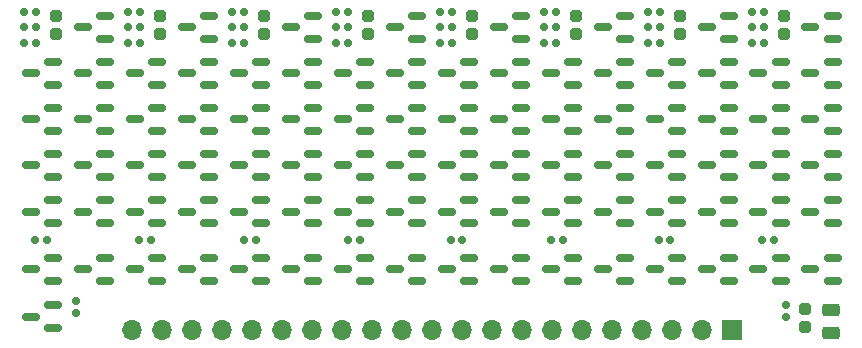
<source format=gbr>
%TF.GenerationSoftware,KiCad,Pcbnew,8.0.8*%
%TF.CreationDate,2025-10-03T14:44:34+02:00*%
%TF.ProjectId,REG8bit-SMD-V3.0,52454738-6269-4742-9d53-4d442d56332e,rev?*%
%TF.SameCoordinates,Original*%
%TF.FileFunction,Soldermask,Top*%
%TF.FilePolarity,Negative*%
%FSLAX46Y46*%
G04 Gerber Fmt 4.6, Leading zero omitted, Abs format (unit mm)*
G04 Created by KiCad (PCBNEW 8.0.8) date 2025-10-03 14:44:34*
%MOMM*%
%LPD*%
G01*
G04 APERTURE LIST*
G04 Aperture macros list*
%AMRoundRect*
0 Rectangle with rounded corners*
0 $1 Rounding radius*
0 $2 $3 $4 $5 $6 $7 $8 $9 X,Y pos of 4 corners*
0 Add a 4 corners polygon primitive as box body*
4,1,4,$2,$3,$4,$5,$6,$7,$8,$9,$2,$3,0*
0 Add four circle primitives for the rounded corners*
1,1,$1+$1,$2,$3*
1,1,$1+$1,$4,$5*
1,1,$1+$1,$6,$7*
1,1,$1+$1,$8,$9*
0 Add four rect primitives between the rounded corners*
20,1,$1+$1,$2,$3,$4,$5,0*
20,1,$1+$1,$4,$5,$6,$7,0*
20,1,$1+$1,$6,$7,$8,$9,0*
20,1,$1+$1,$8,$9,$2,$3,0*%
G04 Aperture macros list end*
%ADD10RoundRect,0.159000X-0.159000X-0.189000X0.159000X-0.189000X0.159000X0.189000X-0.159000X0.189000X0*%
%ADD11RoundRect,0.150000X0.587500X0.150000X-0.587500X0.150000X-0.587500X-0.150000X0.587500X-0.150000X0*%
%ADD12RoundRect,0.159000X0.189000X-0.159000X0.189000X0.159000X-0.189000X0.159000X-0.189000X-0.159000X0*%
%ADD13RoundRect,0.239000X0.274000X-0.239000X0.274000X0.239000X-0.274000X0.239000X-0.274000X-0.239000X0*%
%ADD14RoundRect,0.269000X0.494000X-0.269000X0.494000X0.269000X-0.494000X0.269000X-0.494000X-0.269000X0*%
%ADD15O,1.700000X1.700000*%
%ADD16R,1.700000X1.700000*%
G04 APERTURE END LIST*
D10*
%TO.C,R2*%
X51300000Y-124100000D03*
X52300000Y-124100000D03*
%TD*%
D11*
%TO.C,Q70*%
X110037500Y-114850000D03*
X110037500Y-112950000D03*
X108162500Y-113900000D03*
%TD*%
D12*
%TO.C,R1*%
X54800000Y-129300000D03*
X54800000Y-130300000D03*
%TD*%
D11*
%TO.C,Q1*%
X52837500Y-131550000D03*
X52837500Y-129650000D03*
X50962500Y-130600000D03*
%TD*%
%TO.C,Q40*%
X83637500Y-114850000D03*
X83637500Y-112950000D03*
X81762500Y-113900000D03*
%TD*%
%TO.C,Q25*%
X70437500Y-118750000D03*
X70437500Y-116850000D03*
X68562500Y-117800000D03*
%TD*%
%TO.C,Q82*%
X57237500Y-107050000D03*
X57237500Y-105150000D03*
X55362500Y-106100000D03*
%TD*%
%TO.C,Q78*%
X118837500Y-127550000D03*
X118837500Y-125650000D03*
X116962500Y-126600000D03*
%TD*%
D10*
%TO.C,R22*%
X86500000Y-124100000D03*
X87500000Y-124100000D03*
%TD*%
D13*
%TO.C,D3*%
X70700000Y-106690000D03*
X70700000Y-105110000D03*
%TD*%
D11*
%TO.C,Q13*%
X66037500Y-122650000D03*
X66037500Y-120750000D03*
X64162500Y-121700000D03*
%TD*%
%TO.C,Q68*%
X110037500Y-127550000D03*
X110037500Y-125650000D03*
X108162500Y-126600000D03*
%TD*%
D13*
%TO.C,D4*%
X79500000Y-106690000D03*
X79500000Y-105110000D03*
%TD*%
D11*
%TO.C,Q86*%
X92437500Y-107050000D03*
X92437500Y-105150000D03*
X90562500Y-106100000D03*
%TD*%
D10*
%TO.C,R29*%
X94400000Y-107400000D03*
X95400000Y-107400000D03*
%TD*%
%TO.C,R4*%
X50400000Y-107400000D03*
X51400000Y-107400000D03*
%TD*%
D11*
%TO.C,Q52*%
X96837500Y-122650000D03*
X96837500Y-120750000D03*
X94962500Y-121700000D03*
%TD*%
%TO.C,Q6*%
X52837500Y-110950000D03*
X52837500Y-109050000D03*
X50962500Y-110000000D03*
%TD*%
D10*
%TO.C,R7*%
X60100000Y-124100000D03*
X61100000Y-124100000D03*
%TD*%
D11*
%TO.C,Q59*%
X101237500Y-110950000D03*
X101237500Y-109050000D03*
X99362500Y-110000000D03*
%TD*%
D14*
%TO.C,C1*%
X118700000Y-131950000D03*
X118700000Y-130050000D03*
%TD*%
D11*
%TO.C,Q58*%
X101237500Y-127550000D03*
X101237500Y-125650000D03*
X99362500Y-126600000D03*
%TD*%
%TO.C,Q88*%
X110037500Y-107050000D03*
X110037500Y-105150000D03*
X108162500Y-106100000D03*
%TD*%
%TO.C,Q10*%
X57237500Y-114850000D03*
X57237500Y-112950000D03*
X55362500Y-113900000D03*
%TD*%
%TO.C,Q79*%
X118837500Y-110950000D03*
X118837500Y-109050000D03*
X116962500Y-110000000D03*
%TD*%
%TO.C,Q47*%
X88037500Y-110950000D03*
X88037500Y-109050000D03*
X86162500Y-110000000D03*
%TD*%
D10*
%TO.C,R37*%
X112900000Y-124100000D03*
X113900000Y-124100000D03*
%TD*%
D11*
%TO.C,Q75*%
X114437500Y-118750000D03*
X114437500Y-116850000D03*
X112562500Y-117800000D03*
%TD*%
D10*
%TO.C,R32*%
X104100000Y-124100000D03*
X105100000Y-124100000D03*
%TD*%
D11*
%TO.C,Q8*%
X52837500Y-127550000D03*
X52837500Y-125650000D03*
X50962500Y-126600000D03*
%TD*%
D10*
%TO.C,R14*%
X68000000Y-107400000D03*
X69000000Y-107400000D03*
%TD*%
D11*
%TO.C,Q4*%
X52837500Y-114850000D03*
X52837500Y-112950000D03*
X50962500Y-113900000D03*
%TD*%
%TO.C,Q7*%
X57237500Y-127550000D03*
X57237500Y-125650000D03*
X55362500Y-126600000D03*
%TD*%
%TO.C,Q12*%
X61637500Y-122650000D03*
X61637500Y-120750000D03*
X59762500Y-121700000D03*
%TD*%
D10*
%TO.C,R24*%
X85600000Y-107400000D03*
X86600000Y-107400000D03*
%TD*%
D11*
%TO.C,Q48*%
X92437500Y-127550000D03*
X92437500Y-125650000D03*
X90562500Y-126600000D03*
%TD*%
%TO.C,Q28*%
X74837500Y-127550000D03*
X74837500Y-125650000D03*
X72962500Y-126600000D03*
%TD*%
%TO.C,Q27*%
X70437500Y-110950000D03*
X70437500Y-109050000D03*
X68562500Y-110000000D03*
%TD*%
D13*
%TO.C,D8*%
X114700000Y-106690000D03*
X114700000Y-105110000D03*
%TD*%
D11*
%TO.C,Q77*%
X114437500Y-110950000D03*
X114437500Y-109050000D03*
X112562500Y-110000000D03*
%TD*%
%TO.C,Q55*%
X96837500Y-118750000D03*
X96837500Y-116850000D03*
X94962500Y-117800000D03*
%TD*%
%TO.C,Q62*%
X105637500Y-122650000D03*
X105637500Y-120750000D03*
X103762500Y-121700000D03*
%TD*%
%TO.C,Q66*%
X105637500Y-127550000D03*
X105637500Y-125650000D03*
X103762500Y-126600000D03*
%TD*%
D10*
%TO.C,R10*%
X59200000Y-106100000D03*
X60200000Y-106100000D03*
%TD*%
D11*
%TO.C,Q34*%
X79237500Y-114850000D03*
X79237500Y-112950000D03*
X77362500Y-113900000D03*
%TD*%
D13*
%TO.C,D9*%
X116500000Y-131490000D03*
X116500000Y-129910000D03*
%TD*%
D11*
%TO.C,Q74*%
X114437500Y-114850000D03*
X114437500Y-112950000D03*
X112562500Y-113900000D03*
%TD*%
%TO.C,Q84*%
X74837500Y-107050000D03*
X74837500Y-105150000D03*
X72962500Y-106100000D03*
%TD*%
%TO.C,Q11*%
X57237500Y-118750000D03*
X57237500Y-116850000D03*
X55362500Y-117800000D03*
%TD*%
%TO.C,Q24*%
X70437500Y-114850000D03*
X70437500Y-112950000D03*
X68562500Y-113900000D03*
%TD*%
%TO.C,Q14*%
X61637500Y-114850000D03*
X61637500Y-112950000D03*
X59762500Y-113900000D03*
%TD*%
%TO.C,Q83*%
X66037500Y-107050000D03*
X66037500Y-105150000D03*
X64162500Y-106100000D03*
%TD*%
%TO.C,Q3*%
X57237500Y-122650000D03*
X57237500Y-120750000D03*
X55362500Y-121700000D03*
%TD*%
%TO.C,Q23*%
X74837500Y-122650000D03*
X74837500Y-120750000D03*
X72962500Y-121700000D03*
%TD*%
%TO.C,Q61*%
X101237500Y-118750000D03*
X101237500Y-116850000D03*
X99362500Y-117800000D03*
%TD*%
D10*
%TO.C,R49*%
X112000000Y-104800000D03*
X113000000Y-104800000D03*
%TD*%
D11*
%TO.C,Q81*%
X118837500Y-118750000D03*
X118837500Y-116850000D03*
X116962500Y-117800000D03*
%TD*%
%TO.C,Q67*%
X105637500Y-110950000D03*
X105637500Y-109050000D03*
X103762500Y-110000000D03*
%TD*%
%TO.C,Q46*%
X88037500Y-127550000D03*
X88037500Y-125650000D03*
X86162500Y-126600000D03*
%TD*%
D10*
%TO.C,R9*%
X59200000Y-107400000D03*
X60200000Y-107400000D03*
%TD*%
D11*
%TO.C,Q2*%
X52837500Y-122650000D03*
X52837500Y-120750000D03*
X50962500Y-121700000D03*
%TD*%
D10*
%TO.C,R25*%
X85600000Y-106100000D03*
X86600000Y-106100000D03*
%TD*%
D11*
%TO.C,Q17*%
X61637500Y-110950000D03*
X61637500Y-109050000D03*
X59762500Y-110000000D03*
%TD*%
%TO.C,Q30*%
X74837500Y-114850000D03*
X74837500Y-112950000D03*
X72962500Y-113900000D03*
%TD*%
D10*
%TO.C,R5*%
X50400000Y-106100000D03*
X51400000Y-106100000D03*
%TD*%
%TO.C,R40*%
X112000000Y-106100000D03*
X113000000Y-106100000D03*
%TD*%
D11*
%TO.C,Q16*%
X61637500Y-127550000D03*
X61637500Y-125650000D03*
X59762500Y-126600000D03*
%TD*%
%TO.C,Q43*%
X92437500Y-122650000D03*
X92437500Y-120750000D03*
X90562500Y-121700000D03*
%TD*%
%TO.C,Q49*%
X92437500Y-110950000D03*
X92437500Y-109050000D03*
X90562500Y-110000000D03*
%TD*%
%TO.C,Q73*%
X118837500Y-122650000D03*
X118837500Y-120750000D03*
X116962500Y-121700000D03*
%TD*%
%TO.C,Q87*%
X101237500Y-107050000D03*
X101237500Y-105150000D03*
X99362500Y-106100000D03*
%TD*%
%TO.C,Q31*%
X74837500Y-118750000D03*
X74837500Y-116850000D03*
X72962500Y-117800000D03*
%TD*%
%TO.C,Q35*%
X79237500Y-118750000D03*
X79237500Y-116850000D03*
X77362500Y-117800000D03*
%TD*%
%TO.C,Q9*%
X57237500Y-110950000D03*
X57237500Y-109050000D03*
X55362500Y-110000000D03*
%TD*%
D10*
%TO.C,R42*%
X50400000Y-104800000D03*
X51400000Y-104800000D03*
%TD*%
%TO.C,R47*%
X94400000Y-104800000D03*
X95400000Y-104800000D03*
%TD*%
D11*
%TO.C,Q57*%
X96837500Y-110950000D03*
X96837500Y-109050000D03*
X94962500Y-110000000D03*
%TD*%
D13*
%TO.C,D1*%
X53100000Y-106690000D03*
X53100000Y-105110000D03*
%TD*%
%TO.C,D6*%
X97100000Y-106690000D03*
X97100000Y-105110000D03*
%TD*%
D11*
%TO.C,Q54*%
X96837500Y-114850000D03*
X96837500Y-112950000D03*
X94962500Y-113900000D03*
%TD*%
%TO.C,Q65*%
X105637500Y-118750000D03*
X105637500Y-116850000D03*
X103762500Y-117800000D03*
%TD*%
D10*
%TO.C,R48*%
X103200000Y-104800000D03*
X104200000Y-104800000D03*
%TD*%
D11*
%TO.C,Q69*%
X110037500Y-110950000D03*
X110037500Y-109050000D03*
X108162500Y-110000000D03*
%TD*%
%TO.C,Q53*%
X101237500Y-122650000D03*
X101237500Y-120750000D03*
X99362500Y-121700000D03*
%TD*%
%TO.C,Q44*%
X88037500Y-114850000D03*
X88037500Y-112950000D03*
X86162500Y-113900000D03*
%TD*%
%TO.C,Q76*%
X114437500Y-127550000D03*
X114437500Y-125650000D03*
X112562500Y-126600000D03*
%TD*%
D10*
%TO.C,R27*%
X95000000Y-124100000D03*
X96000000Y-124100000D03*
%TD*%
%TO.C,R44*%
X68000000Y-104800000D03*
X69000000Y-104800000D03*
%TD*%
D11*
%TO.C,Q19*%
X66037500Y-110950000D03*
X66037500Y-109050000D03*
X64162500Y-110000000D03*
%TD*%
D13*
%TO.C,D5*%
X88300000Y-106690000D03*
X88300000Y-105110000D03*
%TD*%
D11*
%TO.C,Q37*%
X79237500Y-110950000D03*
X79237500Y-109050000D03*
X77362500Y-110000000D03*
%TD*%
D13*
%TO.C,D7*%
X105900000Y-106690000D03*
X105900000Y-105110000D03*
%TD*%
D10*
%TO.C,R17*%
X77800000Y-124100000D03*
X78800000Y-124100000D03*
%TD*%
%TO.C,R46*%
X85600000Y-104800000D03*
X86600000Y-104800000D03*
%TD*%
D13*
%TO.C,D2*%
X61900000Y-106690000D03*
X61900000Y-105110000D03*
%TD*%
D10*
%TO.C,R43*%
X59200000Y-104800000D03*
X60200000Y-104800000D03*
%TD*%
D11*
%TO.C,Q15*%
X61637500Y-118750000D03*
X61637500Y-116850000D03*
X59762500Y-117800000D03*
%TD*%
%TO.C,Q80*%
X118837500Y-114850000D03*
X118837500Y-112950000D03*
X116962500Y-113900000D03*
%TD*%
D10*
%TO.C,R12*%
X69000000Y-124100000D03*
X70000000Y-124100000D03*
%TD*%
D11*
%TO.C,Q51*%
X92437500Y-118750000D03*
X92437500Y-116850000D03*
X90562500Y-117800000D03*
%TD*%
%TO.C,Q63*%
X110037500Y-122650000D03*
X110037500Y-120750000D03*
X108162500Y-121700000D03*
%TD*%
D12*
%TO.C,R50*%
X114900000Y-130600000D03*
X114900000Y-129600000D03*
%TD*%
D10*
%TO.C,R30*%
X94400000Y-106100000D03*
X95400000Y-106100000D03*
%TD*%
D11*
%TO.C,Q41*%
X83637500Y-118750000D03*
X83637500Y-116850000D03*
X81762500Y-117800000D03*
%TD*%
%TO.C,Q36*%
X79237500Y-127550000D03*
X79237500Y-125650000D03*
X77362500Y-126600000D03*
%TD*%
%TO.C,Q89*%
X118837500Y-107050000D03*
X118837500Y-105150000D03*
X116962500Y-106100000D03*
%TD*%
%TO.C,Q71*%
X110037500Y-118750000D03*
X110037500Y-116850000D03*
X108162500Y-117800000D03*
%TD*%
D15*
%TO.C,J2*%
X59500000Y-131700000D03*
X62040000Y-131700000D03*
X64580000Y-131700000D03*
X67120000Y-131700000D03*
X69660000Y-131700000D03*
X72200000Y-131700000D03*
X74740000Y-131700000D03*
X77280000Y-131700000D03*
X79820000Y-131700000D03*
X82360000Y-131700000D03*
X84900000Y-131700000D03*
X87440000Y-131700000D03*
X89980000Y-131700000D03*
X92520000Y-131700000D03*
X95060000Y-131700000D03*
X97600000Y-131700000D03*
X100140000Y-131700000D03*
X102680000Y-131700000D03*
X105220000Y-131700000D03*
X107760000Y-131700000D03*
D16*
X110300000Y-131700000D03*
%TD*%
D10*
%TO.C,R15*%
X68000000Y-106100000D03*
X69000000Y-106100000D03*
%TD*%
D11*
%TO.C,Q50*%
X92437500Y-114850000D03*
X92437500Y-112950000D03*
X90562500Y-113900000D03*
%TD*%
%TO.C,Q29*%
X74837500Y-110950000D03*
X74837500Y-109050000D03*
X72962500Y-110000000D03*
%TD*%
D10*
%TO.C,R35*%
X103200000Y-106100000D03*
X104200000Y-106100000D03*
%TD*%
D11*
%TO.C,Q38*%
X83637500Y-127550000D03*
X83637500Y-125650000D03*
X81762500Y-126600000D03*
%TD*%
D10*
%TO.C,R45*%
X76800000Y-104800000D03*
X77800000Y-104800000D03*
%TD*%
%TO.C,R19*%
X76800000Y-107400000D03*
X77800000Y-107400000D03*
%TD*%
%TO.C,R34*%
X103200000Y-107400000D03*
X104200000Y-107400000D03*
%TD*%
D11*
%TO.C,Q26*%
X70437500Y-127550000D03*
X70437500Y-125650000D03*
X68562500Y-126600000D03*
%TD*%
%TO.C,Q5*%
X52837500Y-118750000D03*
X52837500Y-116850000D03*
X50962500Y-117800000D03*
%TD*%
%TO.C,Q60*%
X101237500Y-114850000D03*
X101237500Y-112950000D03*
X99362500Y-113900000D03*
%TD*%
D10*
%TO.C,R39*%
X112000000Y-107400000D03*
X113000000Y-107400000D03*
%TD*%
D11*
%TO.C,Q18*%
X66037500Y-127550000D03*
X66037500Y-125650000D03*
X64162500Y-126600000D03*
%TD*%
%TO.C,Q39*%
X83637500Y-110950000D03*
X83637500Y-109050000D03*
X81762500Y-110000000D03*
%TD*%
%TO.C,Q56*%
X96837500Y-127550000D03*
X96837500Y-125650000D03*
X94962500Y-126600000D03*
%TD*%
%TO.C,Q72*%
X114437500Y-122650000D03*
X114437500Y-120750000D03*
X112562500Y-121700000D03*
%TD*%
D10*
%TO.C,R20*%
X76800000Y-106100000D03*
X77800000Y-106100000D03*
%TD*%
D11*
%TO.C,Q64*%
X105637500Y-114850000D03*
X105637500Y-112950000D03*
X103762500Y-113900000D03*
%TD*%
%TO.C,Q85*%
X83637500Y-107050000D03*
X83637500Y-105150000D03*
X81762500Y-106100000D03*
%TD*%
%TO.C,Q45*%
X88037500Y-118750000D03*
X88037500Y-116850000D03*
X86162500Y-117800000D03*
%TD*%
%TO.C,Q20*%
X66037500Y-114850000D03*
X66037500Y-112950000D03*
X64162500Y-113900000D03*
%TD*%
%TO.C,Q21*%
X66037500Y-118750000D03*
X66037500Y-116850000D03*
X64162500Y-117800000D03*
%TD*%
%TO.C,Q42*%
X88037500Y-122650000D03*
X88037500Y-120750000D03*
X86162500Y-121700000D03*
%TD*%
%TO.C,Q33*%
X83637500Y-122650000D03*
X83637500Y-120750000D03*
X81762500Y-121700000D03*
%TD*%
%TO.C,Q32*%
X79237500Y-122650000D03*
X79237500Y-120750000D03*
X77362500Y-121700000D03*
%TD*%
%TO.C,Q22*%
X70437500Y-122650000D03*
X70437500Y-120750000D03*
X68562500Y-121700000D03*
%TD*%
M02*

</source>
